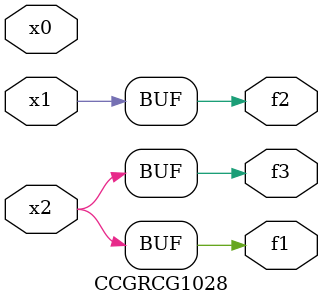
<source format=v>
module CCGRCG1028(
	input x0, x1, x2,
	output f1, f2, f3
);
	assign f1 = x2;
	assign f2 = x1;
	assign f3 = x2;
endmodule

</source>
